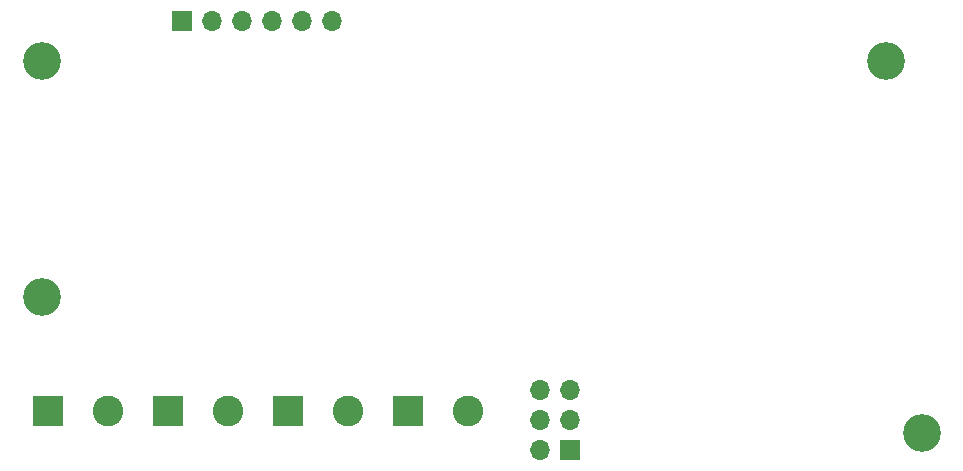
<source format=gbr>
%TF.GenerationSoftware,KiCad,Pcbnew,7.0.10*%
%TF.CreationDate,2024-03-27T08:08:40+01:00*%
%TF.ProjectId,OS-ServoDriver,4f532d53-6572-4766-9f44-72697665722e,rev?*%
%TF.SameCoordinates,Original*%
%TF.FileFunction,Soldermask,Bot*%
%TF.FilePolarity,Negative*%
%FSLAX46Y46*%
G04 Gerber Fmt 4.6, Leading zero omitted, Abs format (unit mm)*
G04 Created by KiCad (PCBNEW 7.0.10) date 2024-03-27 08:08:40*
%MOMM*%
%LPD*%
G01*
G04 APERTURE LIST*
%ADD10R,1.700000X1.700000*%
%ADD11O,1.700000X1.700000*%
%ADD12C,3.200000*%
%ADD13R,2.600000X2.600000*%
%ADD14C,2.600000*%
G04 APERTURE END LIST*
D10*
%TO.C,J701*%
X131699000Y-146939000D03*
D11*
X129159000Y-146939000D03*
X131699000Y-144399000D03*
X129159000Y-144399000D03*
X131699000Y-141859000D03*
X129159000Y-141859000D03*
%TD*%
D12*
%TO.C,REF\u002A\u002A*%
X161500000Y-145500000D03*
%TD*%
D13*
%TO.C,J102*%
X107818000Y-143688000D03*
D14*
X112898000Y-143688000D03*
%TD*%
D13*
%TO.C,J103*%
X97658000Y-143688000D03*
D14*
X102738000Y-143688000D03*
%TD*%
D10*
%TO.C,J3*%
X98880000Y-110617000D03*
D11*
X101420000Y-110617000D03*
X103960000Y-110617000D03*
X106500000Y-110617000D03*
X109040000Y-110617000D03*
X111580000Y-110617000D03*
%TD*%
D13*
%TO.C,J101*%
X87498000Y-143688000D03*
D14*
X92578000Y-143688000D03*
%TD*%
D12*
%TO.C,REF\u002A\u002A*%
X87000000Y-134000000D03*
%TD*%
%TO.C,REF\u002A\u002A*%
X158500000Y-114000000D03*
%TD*%
%TO.C,REF\u002A\u002A*%
X87000000Y-114000000D03*
%TD*%
D13*
%TO.C,J702*%
X117978000Y-143688000D03*
D14*
X123058000Y-143688000D03*
%TD*%
M02*

</source>
